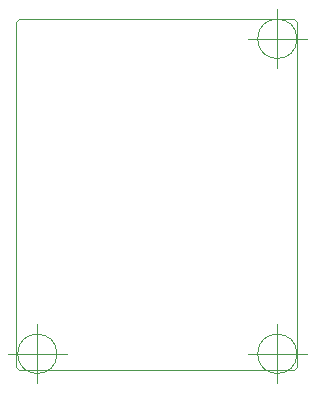
<source format=gbr>
G04 #@! TF.GenerationSoftware,KiCad,Pcbnew,(5.1.5)-3*
G04 #@! TF.CreationDate,2021-02-17T22:29:51-05:00*
G04 #@! TF.ProjectId,c128-sram256KB,63313238-2d73-4726-916d-3235364b422e,rev?*
G04 #@! TF.SameCoordinates,Original*
G04 #@! TF.FileFunction,Profile,NP*
%FSLAX46Y46*%
G04 Gerber Fmt 4.6, Leading zero omitted, Abs format (unit mm)*
G04 Created by KiCad (PCBNEW (5.1.5)-3) date 2021-02-17 22:29:51*
%MOMM*%
%LPD*%
G04 APERTURE LIST*
%ADD10C,0.050000*%
G04 APERTURE END LIST*
D10*
X75326666Y-123190000D02*
G75*
G03X75326666Y-123190000I-1666666J0D01*
G01*
X71160000Y-123190000D02*
X76160000Y-123190000D01*
X73660000Y-120690000D02*
X73660000Y-125690000D01*
X95646666Y-123190000D02*
G75*
G03X95646666Y-123190000I-1666666J0D01*
G01*
X91480000Y-123190000D02*
X96480000Y-123190000D01*
X93980000Y-120690000D02*
X93980000Y-125690000D01*
X95646666Y-96520000D02*
G75*
G03X95646666Y-96520000I-1666666J0D01*
G01*
X91480000Y-96520000D02*
X96480000Y-96520000D01*
X93980000Y-94020000D02*
X93980000Y-99020000D01*
X95631000Y-124333000D02*
X95377000Y-124587000D01*
X95631000Y-95123000D02*
X95631000Y-124333000D01*
X95377000Y-94869000D02*
X95631000Y-95123000D01*
X72136000Y-94869000D02*
X95377000Y-94869000D01*
X72136000Y-94869000D02*
X71882000Y-95123000D01*
X71882000Y-124333000D02*
X71882000Y-95123000D01*
X71882000Y-124333000D02*
X72136000Y-124587000D01*
X95377000Y-124587000D02*
X72136000Y-124587000D01*
M02*

</source>
